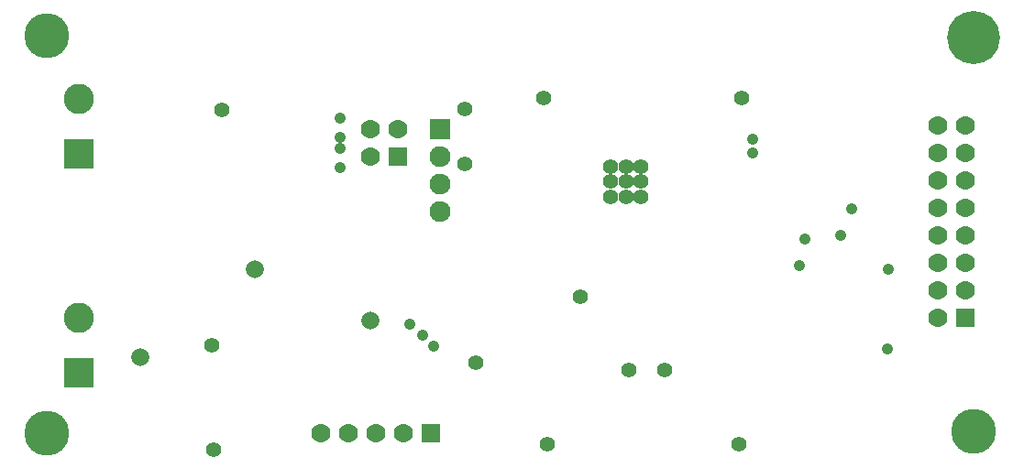
<source format=gbs>
G04*
G04 #@! TF.GenerationSoftware,Altium Limited,Altium Designer,25.4.2 (15)*
G04*
G04 Layer_Color=16711935*
%FSLAX44Y44*%
%MOMM*%
G71*
G04*
G04 #@! TF.SameCoordinates,8EE26F3C-D7A1-4C18-BBE8-6C97D16B18D0*
G04*
G04*
G04 #@! TF.FilePolarity,Negative*
G04*
G01*
G75*
%ADD52R,1.7700X1.7700*%
%ADD53C,1.7700*%
%ADD54R,1.7700X1.7700*%
%ADD55C,1.9300*%
%ADD56R,1.9300X1.9300*%
%ADD57C,2.8000*%
%ADD58R,2.8000X2.8000*%
%ADD59C,4.1500*%
%ADD60C,4.9000*%
%ADD61C,1.4000*%
%ADD62C,1.6700*%
%ADD63C,1.0500*%
D52*
X381000Y26670D02*
D03*
D53*
X355600D02*
D03*
X330200D02*
D03*
X304800D02*
D03*
X279400D02*
D03*
X849630Y311150D02*
D03*
X875030D02*
D03*
X849630Y285750D02*
D03*
X875030D02*
D03*
X849630Y260350D02*
D03*
X875030D02*
D03*
X849630Y234950D02*
D03*
X875030D02*
D03*
X849630Y209550D02*
D03*
X875030D02*
D03*
X849630Y184150D02*
D03*
X875030D02*
D03*
X849630Y158750D02*
D03*
X875030D02*
D03*
X849630Y133350D02*
D03*
X325120Y281940D02*
D03*
X350520Y307340D02*
D03*
X325120D02*
D03*
D54*
X875030Y133350D02*
D03*
X350520Y281940D02*
D03*
D55*
X389890Y231140D02*
D03*
Y256540D02*
D03*
Y281940D02*
D03*
D56*
Y307340D02*
D03*
D57*
X55880Y133350D02*
D03*
Y335280D02*
D03*
D58*
Y82550D02*
D03*
Y284480D02*
D03*
D59*
X26670Y26670D02*
D03*
Y393700D02*
D03*
X882650Y27940D02*
D03*
D60*
Y392430D02*
D03*
D61*
X519430Y152400D02*
D03*
X422910Y91440D02*
D03*
X488950Y16510D02*
D03*
X665480D02*
D03*
X668020Y336550D02*
D03*
X485140D02*
D03*
X187960Y325120D02*
D03*
X547370Y245110D02*
D03*
X561340D02*
D03*
X575310D02*
D03*
Y259080D02*
D03*
X561340D02*
D03*
X547370D02*
D03*
X575310Y273050D02*
D03*
X561340D02*
D03*
X547370D02*
D03*
X596900Y85090D02*
D03*
X563880D02*
D03*
X412750Y275590D02*
D03*
Y326390D02*
D03*
X180340Y11430D02*
D03*
X179070Y107950D02*
D03*
D62*
X218440Y177800D02*
D03*
X325120Y130810D02*
D03*
X113030Y96520D02*
D03*
D63*
X802640Y104140D02*
D03*
X678180Y285750D02*
D03*
Y298450D02*
D03*
X297180Y271730D02*
D03*
Y317500D02*
D03*
Y289560D02*
D03*
Y299720D02*
D03*
X721360Y181610D02*
D03*
X383540Y106680D02*
D03*
X726440Y205740D02*
D03*
X803910Y177800D02*
D03*
X361950Y127000D02*
D03*
X373380Y116840D02*
D03*
X759460Y209550D02*
D03*
X769620Y233680D02*
D03*
M02*

</source>
